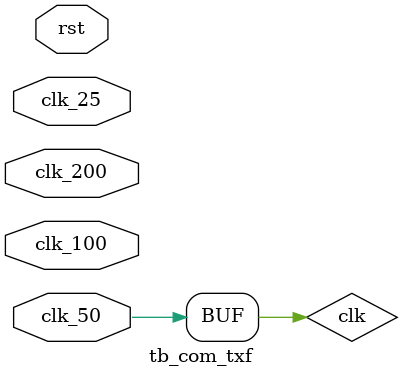
<source format=v>
module tb_com_txf(
    input clk_25,
    input clk_50,
    input clk_100,
    input clk_200,
    input rst
);

    localparam BAG_INIT = 4'b0000; 
    localparam BAG_ACK = 4'b0001, BAG_NAK = 4'b0010, BAG_STALL = 4'b0011;
    localparam BAG_DIDX = 4'b0101, BAG_DPARAM = 4'b0110, BAG_DDIDX = 4'b0111;
    localparam BAG_DLINK = 4'b1000, BAG_DTYPE = 4'b1001, BAG_DTEMP = 4'b1010;
    localparam BAG_DHEAD = 4'b1100, BAG_DATA0 = 4'b1101, BAG_DATA1 = 4'b1110;

    reg [7:0] state; 
    reg [7:0] next_state;

    localparam IDLE = 8'h00, WAIT = 8'h01, DONE = 8'h02;
    localparam PACK = 8'h10, TACK = 8'h11, WACK = 8'h12, RACK = 8'h13;
    localparam PNAK = 8'h20, TNAK = 8'h21, WNAK = 8'h22, RNAK = 8'h23;
    localparam PSTALL = 8'h30, TSTALL = 8'h31, WSTALL = 8'h32, RSTALL = 8'h33;
    localparam PDIDX = 8'h40, TDIDX = 8'h41, WDIDX = 8'h42, RDIDX = 8'h43;
    localparam PFREQ = 8'h50, TFREQ = 8'h51, WFREQ = 8'h52, RFREQ = 8'h53;
    localparam PDDIDX = 8'h60, TDDIDX = 8'h61, WDDIDX = 8'h62, RDDIDX = 8'h63;

    wire [7:0] com_txd, com_rxd;
    reg [3:0] tx_btype;
    wire fs_tx, fd_tx;
    wire fs_rx, fd_rx;

    wire [3:0] rx_btype, rx_bdata;
    wire fire;
    wire clk;

    assign fs_tx = (state == TACK) || (state == TNAK) || (state == TSTALL) || (state == TDIDX) || (state == TFREQ) || (state == TDDIDX);
    assign fd_rx = (state == RACK) || (state == RNAK) || (state == RSTALL) || (state == RDIDX) || (state == RFREQ) || (state == RDDIDX);

    assign clk = clk_50;

    always@(posedge clk or posedge rst) begin
        if(rst) state <= IDLE;
        else state <= next_state;
    end
    
    always@(*) begin
        case(state)
            IDLE: next_state <= WAIT;
            WAIT: next_state <= PACK;

            PACK: next_state <= TACK;
            TACK: begin
                if(fd_tx) next_state <= WACK;
                else next_state <= TACK;
            end
            WACK: begin
                if(fs_rx) next_state <= RACK;
                else next_state <= WACK;
            end
            RACK: begin
                if(~fs_rx) next_state <= PNAK;
                else next_state <= RACK;
            end

            PNAK: next_state <= TNAK;
            TNAK: begin
                if(fd_tx) next_state <= WNAK;
                else next_state <= TNAK;
            end
            WNAK: begin
                if(fs_rx) next_state <= RNAK;
                else next_state <= WNAK;
            end
            RNAK: begin
                if(~fs_rx) next_state <= PSTALL;
                else next_state <= RNAK;
            end

            PSTALL: next_state <= TSTALL;
            TSTALL: begin
                if(fd_tx) next_state <= WSTALL;
                else next_state <= TSTALL;
            end
            WSTALL: begin
                if(fs_rx) next_state <= RSTALL; 
                else next_state <= WSTALL;
            end
            RSTALL: begin
                if(~fs_rx) next_state <= PDIDX;
                else next_state <= RSTALL;
            end

            PDIDX: next_state <= TDIDX;
            TDIDX: begin
                if(fd_tx) next_state <= WDIDX; 
                else next_state <= TDIDX;
            end
            WDIDX: begin
                if(fs_rx) next_state <= RDIDX;
                else next_state <= WDIDX;
            end
            RDIDX: begin
                if(~fs_rx) next_state <= PFREQ;
                else next_state <= RDIDX;
            end

            PFREQ: next_state <= TFREQ;
            TFREQ: begin
                if(fd_tx) next_state <= WFREQ;
                else next_state <= TFREQ;
            end
            WFREQ: begin
                if(fs_rx) next_state <= RFREQ;
                else next_state <= WFREQ;
            end
            RFREQ: begin
                if(~fs_rx) next_state <= PDDIDX;
                else next_state <= RFREQ;
            end

            PDDIDX: next_state <= TDDIDX;
            TDDIDX: begin
                if(fd_tx) next_state <= WDDIDX;
                else next_state <= TDDIDX;
            end
            WDDIDX: begin
                if(fs_rx) next_state <= RDDIDX;
                else next_state <= WDDIDX;
            end
            RDDIDX: begin
                if(~fs_rx) next_state <= DONE;
                else next_state <= RDDIDX;
            end

            DONE: next_state <= WAIT;

            default: next_state <= IDLE;
        endcase
    end

    always@(posedge clk or posedge rst) begin
        if(rst) tx_btype <= BAG_INIT;
        else if(state == IDLE) tx_btype <= BAG_INIT;
        else if(state == WAIT) tx_btype <= BAG_INIT;
        else if(state == PACK) tx_btype <= BAG_ACK;
        else if(state == PNAK) tx_btype <= BAG_NAK;
        else if(state == PSTALL) tx_btype <= BAG_STALL;
        else if(state == PDIDX) tx_btype <= BAG_DIDX;
        else if(state == PFREQ) tx_btype <= BAG_DPARAM;
        else if(state == PDDIDX) tx_btype <= BAG_DDIDX;
        else tx_btype <= tx_btype;
    end

    com_txf
    com_txf_dut(
        .clk(clk_200),
        .rst(rst),
        .fs(fs_tx),
        .fire(fire),
        .din(com_txd),
        .dout(pin)
    );

    typec_rxf
    typec_rxf_dut(
        .clk(clk_200),
        .rst(rst),
        .din(pin),
        .dout(com_rxd),
        .fire(fire)
    );

    com_tx
    com_tx_dut(
        .clk(clk_25),
        .rst(rst),
        .fs(fs_tx),
        .fd(fd_tx),

        .btype(tx_btype),
        .didx(4'h5),
        .freq(4'h3),
        .ddidx(4'hA),
        
        .com_txd(com_txd)
    );

    typec_rx
    typec_rx_dut(
        .clk(clk_25),
        .rst(rst),

        .fs(fs_rx),
        .fd(fd_rx),

        .btype(rx_btype),
        .bdata(rx_bdata),

        .com_rxd(com_rxd)
    );

endmodule
</source>
